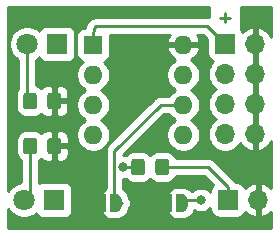
<source format=gbr>
G04 #@! TF.GenerationSoftware,KiCad,Pcbnew,(5.1.5)-3*
G04 #@! TF.CreationDate,2023-02-14T15:50:30-08:00*
G04 #@! TF.ProjectId,LED_Strobe,4c45445f-5374-4726-9f62-652e6b696361,rev?*
G04 #@! TF.SameCoordinates,Original*
G04 #@! TF.FileFunction,Copper,L1,Top*
G04 #@! TF.FilePolarity,Positive*
%FSLAX46Y46*%
G04 Gerber Fmt 4.6, Leading zero omitted, Abs format (unit mm)*
G04 Created by KiCad (PCBNEW (5.1.5)-3) date 2023-02-14 15:50:30*
%MOMM*%
%LPD*%
G04 APERTURE LIST*
%ADD10C,0.254000*%
%ADD11O,1.700000X1.700000*%
%ADD12R,1.700000X1.700000*%
%ADD13C,0.100000*%
%ADD14O,1.600000X1.600000*%
%ADD15R,1.600000X1.600000*%
%ADD16C,1.800000*%
%ADD17R,1.800000X1.800000*%
%ADD18C,0.800000*%
%ADD19C,0.250000*%
G04 APERTURE END LIST*
D10*
X121786952Y-88718571D02*
X122561047Y-88718571D01*
X122174000Y-89105619D02*
X122174000Y-88331523D01*
D11*
X124714000Y-98552000D03*
X122174000Y-98552000D03*
X124714000Y-96012000D03*
X122174000Y-96012000D03*
X124714000Y-93472000D03*
X122174000Y-93472000D03*
X124714000Y-90932000D03*
D12*
X122174000Y-90932000D03*
G04 #@! TA.AperFunction,SMDPad,CuDef*
D13*
G36*
X117198505Y-100647204D02*
G01*
X117222773Y-100650804D01*
X117246572Y-100656765D01*
X117269671Y-100665030D01*
X117291850Y-100675520D01*
X117312893Y-100688132D01*
X117332599Y-100702747D01*
X117350777Y-100719223D01*
X117367253Y-100737401D01*
X117381868Y-100757107D01*
X117394480Y-100778150D01*
X117404970Y-100800329D01*
X117413235Y-100823428D01*
X117419196Y-100847227D01*
X117422796Y-100871495D01*
X117424000Y-100895999D01*
X117424000Y-101796001D01*
X117422796Y-101820505D01*
X117419196Y-101844773D01*
X117413235Y-101868572D01*
X117404970Y-101891671D01*
X117394480Y-101913850D01*
X117381868Y-101934893D01*
X117367253Y-101954599D01*
X117350777Y-101972777D01*
X117332599Y-101989253D01*
X117312893Y-102003868D01*
X117291850Y-102016480D01*
X117269671Y-102026970D01*
X117246572Y-102035235D01*
X117222773Y-102041196D01*
X117198505Y-102044796D01*
X117174001Y-102046000D01*
X116523999Y-102046000D01*
X116499495Y-102044796D01*
X116475227Y-102041196D01*
X116451428Y-102035235D01*
X116428329Y-102026970D01*
X116406150Y-102016480D01*
X116385107Y-102003868D01*
X116365401Y-101989253D01*
X116347223Y-101972777D01*
X116330747Y-101954599D01*
X116316132Y-101934893D01*
X116303520Y-101913850D01*
X116293030Y-101891671D01*
X116284765Y-101868572D01*
X116278804Y-101844773D01*
X116275204Y-101820505D01*
X116274000Y-101796001D01*
X116274000Y-100895999D01*
X116275204Y-100871495D01*
X116278804Y-100847227D01*
X116284765Y-100823428D01*
X116293030Y-100800329D01*
X116303520Y-100778150D01*
X116316132Y-100757107D01*
X116330747Y-100737401D01*
X116347223Y-100719223D01*
X116365401Y-100702747D01*
X116385107Y-100688132D01*
X116406150Y-100675520D01*
X116428329Y-100665030D01*
X116451428Y-100656765D01*
X116475227Y-100650804D01*
X116499495Y-100647204D01*
X116523999Y-100646000D01*
X117174001Y-100646000D01*
X117198505Y-100647204D01*
G37*
G04 #@! TD.AperFunction*
G04 #@! TA.AperFunction,SMDPad,CuDef*
G36*
X115148505Y-100647204D02*
G01*
X115172773Y-100650804D01*
X115196572Y-100656765D01*
X115219671Y-100665030D01*
X115241850Y-100675520D01*
X115262893Y-100688132D01*
X115282599Y-100702747D01*
X115300777Y-100719223D01*
X115317253Y-100737401D01*
X115331868Y-100757107D01*
X115344480Y-100778150D01*
X115354970Y-100800329D01*
X115363235Y-100823428D01*
X115369196Y-100847227D01*
X115372796Y-100871495D01*
X115374000Y-100895999D01*
X115374000Y-101796001D01*
X115372796Y-101820505D01*
X115369196Y-101844773D01*
X115363235Y-101868572D01*
X115354970Y-101891671D01*
X115344480Y-101913850D01*
X115331868Y-101934893D01*
X115317253Y-101954599D01*
X115300777Y-101972777D01*
X115282599Y-101989253D01*
X115262893Y-102003868D01*
X115241850Y-102016480D01*
X115219671Y-102026970D01*
X115196572Y-102035235D01*
X115172773Y-102041196D01*
X115148505Y-102044796D01*
X115124001Y-102046000D01*
X114473999Y-102046000D01*
X114449495Y-102044796D01*
X114425227Y-102041196D01*
X114401428Y-102035235D01*
X114378329Y-102026970D01*
X114356150Y-102016480D01*
X114335107Y-102003868D01*
X114315401Y-101989253D01*
X114297223Y-101972777D01*
X114280747Y-101954599D01*
X114266132Y-101934893D01*
X114253520Y-101913850D01*
X114243030Y-101891671D01*
X114234765Y-101868572D01*
X114228804Y-101844773D01*
X114225204Y-101820505D01*
X114224000Y-101796001D01*
X114224000Y-100895999D01*
X114225204Y-100871495D01*
X114228804Y-100847227D01*
X114234765Y-100823428D01*
X114243030Y-100800329D01*
X114253520Y-100778150D01*
X114266132Y-100757107D01*
X114280747Y-100737401D01*
X114297223Y-100719223D01*
X114315401Y-100702747D01*
X114335107Y-100688132D01*
X114356150Y-100675520D01*
X114378329Y-100665030D01*
X114401428Y-100656765D01*
X114425227Y-100650804D01*
X114449495Y-100647204D01*
X114473999Y-100646000D01*
X115124001Y-100646000D01*
X115148505Y-100647204D01*
G37*
G04 #@! TD.AperFunction*
D12*
X122428000Y-104140000D03*
D11*
X124968000Y-104140000D03*
G04 #@! TA.AperFunction,SMDPad,CuDef*
D13*
G36*
X117706000Y-105144000D02*
G01*
X117206000Y-105144000D01*
X117206000Y-105143398D01*
X117181466Y-105143398D01*
X117132635Y-105138588D01*
X117084510Y-105129016D01*
X117037555Y-105114772D01*
X116992222Y-105095995D01*
X116948949Y-105072864D01*
X116908150Y-105045604D01*
X116870221Y-105014476D01*
X116835524Y-104979779D01*
X116804396Y-104941850D01*
X116777136Y-104901051D01*
X116754005Y-104857778D01*
X116735228Y-104812445D01*
X116720984Y-104765490D01*
X116711412Y-104717365D01*
X116706602Y-104668534D01*
X116706602Y-104644000D01*
X116706000Y-104644000D01*
X116706000Y-104144000D01*
X116706602Y-104144000D01*
X116706602Y-104119466D01*
X116711412Y-104070635D01*
X116720984Y-104022510D01*
X116735228Y-103975555D01*
X116754005Y-103930222D01*
X116777136Y-103886949D01*
X116804396Y-103846150D01*
X116835524Y-103808221D01*
X116870221Y-103773524D01*
X116908150Y-103742396D01*
X116948949Y-103715136D01*
X116992222Y-103692005D01*
X117037555Y-103673228D01*
X117084510Y-103658984D01*
X117132635Y-103649412D01*
X117181466Y-103644602D01*
X117206000Y-103644602D01*
X117206000Y-103644000D01*
X117706000Y-103644000D01*
X117706000Y-105144000D01*
G37*
G04 #@! TD.AperFunction*
G04 #@! TA.AperFunction,SMDPad,CuDef*
G36*
X118506000Y-103644602D02*
G01*
X118530534Y-103644602D01*
X118579365Y-103649412D01*
X118627490Y-103658984D01*
X118674445Y-103673228D01*
X118719778Y-103692005D01*
X118763051Y-103715136D01*
X118803850Y-103742396D01*
X118841779Y-103773524D01*
X118876476Y-103808221D01*
X118907604Y-103846150D01*
X118934864Y-103886949D01*
X118957995Y-103930222D01*
X118976772Y-103975555D01*
X118991016Y-104022510D01*
X119000588Y-104070635D01*
X119005398Y-104119466D01*
X119005398Y-104144000D01*
X119006000Y-104144000D01*
X119006000Y-104644000D01*
X119005398Y-104644000D01*
X119005398Y-104668534D01*
X119000588Y-104717365D01*
X118991016Y-104765490D01*
X118976772Y-104812445D01*
X118957995Y-104857778D01*
X118934864Y-104901051D01*
X118907604Y-104941850D01*
X118876476Y-104979779D01*
X118841779Y-105014476D01*
X118803850Y-105045604D01*
X118763051Y-105072864D01*
X118719778Y-105095995D01*
X118674445Y-105114772D01*
X118627490Y-105129016D01*
X118579365Y-105138588D01*
X118530534Y-105143398D01*
X118506000Y-105143398D01*
X118506000Y-105144000D01*
X118006000Y-105144000D01*
X118006000Y-103644000D01*
X118506000Y-103644000D01*
X118506000Y-103644602D01*
G37*
G04 #@! TD.AperFunction*
G04 #@! TA.AperFunction,SMDPad,CuDef*
G36*
X112118000Y-105144000D02*
G01*
X111618000Y-105144000D01*
X111618000Y-105143398D01*
X111593466Y-105143398D01*
X111544635Y-105138588D01*
X111496510Y-105129016D01*
X111449555Y-105114772D01*
X111404222Y-105095995D01*
X111360949Y-105072864D01*
X111320150Y-105045604D01*
X111282221Y-105014476D01*
X111247524Y-104979779D01*
X111216396Y-104941850D01*
X111189136Y-104901051D01*
X111166005Y-104857778D01*
X111147228Y-104812445D01*
X111132984Y-104765490D01*
X111123412Y-104717365D01*
X111118602Y-104668534D01*
X111118602Y-104644000D01*
X111118000Y-104644000D01*
X111118000Y-104144000D01*
X111118602Y-104144000D01*
X111118602Y-104119466D01*
X111123412Y-104070635D01*
X111132984Y-104022510D01*
X111147228Y-103975555D01*
X111166005Y-103930222D01*
X111189136Y-103886949D01*
X111216396Y-103846150D01*
X111247524Y-103808221D01*
X111282221Y-103773524D01*
X111320150Y-103742396D01*
X111360949Y-103715136D01*
X111404222Y-103692005D01*
X111449555Y-103673228D01*
X111496510Y-103658984D01*
X111544635Y-103649412D01*
X111593466Y-103644602D01*
X111618000Y-103644602D01*
X111618000Y-103644000D01*
X112118000Y-103644000D01*
X112118000Y-105144000D01*
G37*
G04 #@! TD.AperFunction*
G04 #@! TA.AperFunction,SMDPad,CuDef*
G36*
X112918000Y-103644602D02*
G01*
X112942534Y-103644602D01*
X112991365Y-103649412D01*
X113039490Y-103658984D01*
X113086445Y-103673228D01*
X113131778Y-103692005D01*
X113175051Y-103715136D01*
X113215850Y-103742396D01*
X113253779Y-103773524D01*
X113288476Y-103808221D01*
X113319604Y-103846150D01*
X113346864Y-103886949D01*
X113369995Y-103930222D01*
X113388772Y-103975555D01*
X113403016Y-104022510D01*
X113412588Y-104070635D01*
X113417398Y-104119466D01*
X113417398Y-104144000D01*
X113418000Y-104144000D01*
X113418000Y-104644000D01*
X113417398Y-104644000D01*
X113417398Y-104668534D01*
X113412588Y-104717365D01*
X113403016Y-104765490D01*
X113388772Y-104812445D01*
X113369995Y-104857778D01*
X113346864Y-104901051D01*
X113319604Y-104941850D01*
X113288476Y-104979779D01*
X113253779Y-105014476D01*
X113215850Y-105045604D01*
X113175051Y-105072864D01*
X113131778Y-105095995D01*
X113086445Y-105114772D01*
X113039490Y-105129016D01*
X112991365Y-105138588D01*
X112942534Y-105143398D01*
X112918000Y-105143398D01*
X112918000Y-105144000D01*
X112418000Y-105144000D01*
X112418000Y-103644000D01*
X112918000Y-103644000D01*
X112918000Y-103644602D01*
G37*
G04 #@! TD.AperFunction*
D14*
X118640000Y-90994000D03*
X111020000Y-98614000D03*
X118640000Y-93534000D03*
X111020000Y-96074000D03*
X118640000Y-96074000D03*
X111020000Y-93534000D03*
X118640000Y-98614000D03*
D15*
X111020000Y-90994000D03*
G04 #@! TA.AperFunction,SMDPad,CuDef*
D13*
G36*
X108054505Y-95059204D02*
G01*
X108078773Y-95062804D01*
X108102572Y-95068765D01*
X108125671Y-95077030D01*
X108147850Y-95087520D01*
X108168893Y-95100132D01*
X108188599Y-95114747D01*
X108206777Y-95131223D01*
X108223253Y-95149401D01*
X108237868Y-95169107D01*
X108250480Y-95190150D01*
X108260970Y-95212329D01*
X108269235Y-95235428D01*
X108275196Y-95259227D01*
X108278796Y-95283495D01*
X108280000Y-95307999D01*
X108280000Y-96208001D01*
X108278796Y-96232505D01*
X108275196Y-96256773D01*
X108269235Y-96280572D01*
X108260970Y-96303671D01*
X108250480Y-96325850D01*
X108237868Y-96346893D01*
X108223253Y-96366599D01*
X108206777Y-96384777D01*
X108188599Y-96401253D01*
X108168893Y-96415868D01*
X108147850Y-96428480D01*
X108125671Y-96438970D01*
X108102572Y-96447235D01*
X108078773Y-96453196D01*
X108054505Y-96456796D01*
X108030001Y-96458000D01*
X107379999Y-96458000D01*
X107355495Y-96456796D01*
X107331227Y-96453196D01*
X107307428Y-96447235D01*
X107284329Y-96438970D01*
X107262150Y-96428480D01*
X107241107Y-96415868D01*
X107221401Y-96401253D01*
X107203223Y-96384777D01*
X107186747Y-96366599D01*
X107172132Y-96346893D01*
X107159520Y-96325850D01*
X107149030Y-96303671D01*
X107140765Y-96280572D01*
X107134804Y-96256773D01*
X107131204Y-96232505D01*
X107130000Y-96208001D01*
X107130000Y-95307999D01*
X107131204Y-95283495D01*
X107134804Y-95259227D01*
X107140765Y-95235428D01*
X107149030Y-95212329D01*
X107159520Y-95190150D01*
X107172132Y-95169107D01*
X107186747Y-95149401D01*
X107203223Y-95131223D01*
X107221401Y-95114747D01*
X107241107Y-95100132D01*
X107262150Y-95087520D01*
X107284329Y-95077030D01*
X107307428Y-95068765D01*
X107331227Y-95062804D01*
X107355495Y-95059204D01*
X107379999Y-95058000D01*
X108030001Y-95058000D01*
X108054505Y-95059204D01*
G37*
G04 #@! TD.AperFunction*
G04 #@! TA.AperFunction,SMDPad,CuDef*
G36*
X106004505Y-95059204D02*
G01*
X106028773Y-95062804D01*
X106052572Y-95068765D01*
X106075671Y-95077030D01*
X106097850Y-95087520D01*
X106118893Y-95100132D01*
X106138599Y-95114747D01*
X106156777Y-95131223D01*
X106173253Y-95149401D01*
X106187868Y-95169107D01*
X106200480Y-95190150D01*
X106210970Y-95212329D01*
X106219235Y-95235428D01*
X106225196Y-95259227D01*
X106228796Y-95283495D01*
X106230000Y-95307999D01*
X106230000Y-96208001D01*
X106228796Y-96232505D01*
X106225196Y-96256773D01*
X106219235Y-96280572D01*
X106210970Y-96303671D01*
X106200480Y-96325850D01*
X106187868Y-96346893D01*
X106173253Y-96366599D01*
X106156777Y-96384777D01*
X106138599Y-96401253D01*
X106118893Y-96415868D01*
X106097850Y-96428480D01*
X106075671Y-96438970D01*
X106052572Y-96447235D01*
X106028773Y-96453196D01*
X106004505Y-96456796D01*
X105980001Y-96458000D01*
X105329999Y-96458000D01*
X105305495Y-96456796D01*
X105281227Y-96453196D01*
X105257428Y-96447235D01*
X105234329Y-96438970D01*
X105212150Y-96428480D01*
X105191107Y-96415868D01*
X105171401Y-96401253D01*
X105153223Y-96384777D01*
X105136747Y-96366599D01*
X105122132Y-96346893D01*
X105109520Y-96325850D01*
X105099030Y-96303671D01*
X105090765Y-96280572D01*
X105084804Y-96256773D01*
X105081204Y-96232505D01*
X105080000Y-96208001D01*
X105080000Y-95307999D01*
X105081204Y-95283495D01*
X105084804Y-95259227D01*
X105090765Y-95235428D01*
X105099030Y-95212329D01*
X105109520Y-95190150D01*
X105122132Y-95169107D01*
X105136747Y-95149401D01*
X105153223Y-95131223D01*
X105171401Y-95114747D01*
X105191107Y-95100132D01*
X105212150Y-95087520D01*
X105234329Y-95077030D01*
X105257428Y-95068765D01*
X105281227Y-95062804D01*
X105305495Y-95059204D01*
X105329999Y-95058000D01*
X105980001Y-95058000D01*
X106004505Y-95059204D01*
G37*
G04 #@! TD.AperFunction*
G04 #@! TA.AperFunction,SMDPad,CuDef*
G36*
X106013505Y-98869204D02*
G01*
X106037773Y-98872804D01*
X106061572Y-98878765D01*
X106084671Y-98887030D01*
X106106850Y-98897520D01*
X106127893Y-98910132D01*
X106147599Y-98924747D01*
X106165777Y-98941223D01*
X106182253Y-98959401D01*
X106196868Y-98979107D01*
X106209480Y-99000150D01*
X106219970Y-99022329D01*
X106228235Y-99045428D01*
X106234196Y-99069227D01*
X106237796Y-99093495D01*
X106239000Y-99117999D01*
X106239000Y-100018001D01*
X106237796Y-100042505D01*
X106234196Y-100066773D01*
X106228235Y-100090572D01*
X106219970Y-100113671D01*
X106209480Y-100135850D01*
X106196868Y-100156893D01*
X106182253Y-100176599D01*
X106165777Y-100194777D01*
X106147599Y-100211253D01*
X106127893Y-100225868D01*
X106106850Y-100238480D01*
X106084671Y-100248970D01*
X106061572Y-100257235D01*
X106037773Y-100263196D01*
X106013505Y-100266796D01*
X105989001Y-100268000D01*
X105338999Y-100268000D01*
X105314495Y-100266796D01*
X105290227Y-100263196D01*
X105266428Y-100257235D01*
X105243329Y-100248970D01*
X105221150Y-100238480D01*
X105200107Y-100225868D01*
X105180401Y-100211253D01*
X105162223Y-100194777D01*
X105145747Y-100176599D01*
X105131132Y-100156893D01*
X105118520Y-100135850D01*
X105108030Y-100113671D01*
X105099765Y-100090572D01*
X105093804Y-100066773D01*
X105090204Y-100042505D01*
X105089000Y-100018001D01*
X105089000Y-99117999D01*
X105090204Y-99093495D01*
X105093804Y-99069227D01*
X105099765Y-99045428D01*
X105108030Y-99022329D01*
X105118520Y-99000150D01*
X105131132Y-98979107D01*
X105145747Y-98959401D01*
X105162223Y-98941223D01*
X105180401Y-98924747D01*
X105200107Y-98910132D01*
X105221150Y-98897520D01*
X105243329Y-98887030D01*
X105266428Y-98878765D01*
X105290227Y-98872804D01*
X105314495Y-98869204D01*
X105338999Y-98868000D01*
X105989001Y-98868000D01*
X106013505Y-98869204D01*
G37*
G04 #@! TD.AperFunction*
G04 #@! TA.AperFunction,SMDPad,CuDef*
G36*
X108063505Y-98869204D02*
G01*
X108087773Y-98872804D01*
X108111572Y-98878765D01*
X108134671Y-98887030D01*
X108156850Y-98897520D01*
X108177893Y-98910132D01*
X108197599Y-98924747D01*
X108215777Y-98941223D01*
X108232253Y-98959401D01*
X108246868Y-98979107D01*
X108259480Y-99000150D01*
X108269970Y-99022329D01*
X108278235Y-99045428D01*
X108284196Y-99069227D01*
X108287796Y-99093495D01*
X108289000Y-99117999D01*
X108289000Y-100018001D01*
X108287796Y-100042505D01*
X108284196Y-100066773D01*
X108278235Y-100090572D01*
X108269970Y-100113671D01*
X108259480Y-100135850D01*
X108246868Y-100156893D01*
X108232253Y-100176599D01*
X108215777Y-100194777D01*
X108197599Y-100211253D01*
X108177893Y-100225868D01*
X108156850Y-100238480D01*
X108134671Y-100248970D01*
X108111572Y-100257235D01*
X108087773Y-100263196D01*
X108063505Y-100266796D01*
X108039001Y-100268000D01*
X107388999Y-100268000D01*
X107364495Y-100266796D01*
X107340227Y-100263196D01*
X107316428Y-100257235D01*
X107293329Y-100248970D01*
X107271150Y-100238480D01*
X107250107Y-100225868D01*
X107230401Y-100211253D01*
X107212223Y-100194777D01*
X107195747Y-100176599D01*
X107181132Y-100156893D01*
X107168520Y-100135850D01*
X107158030Y-100113671D01*
X107149765Y-100090572D01*
X107143804Y-100066773D01*
X107140204Y-100042505D01*
X107139000Y-100018001D01*
X107139000Y-99117999D01*
X107140204Y-99093495D01*
X107143804Y-99069227D01*
X107149765Y-99045428D01*
X107158030Y-99022329D01*
X107168520Y-99000150D01*
X107181132Y-98979107D01*
X107195747Y-98959401D01*
X107212223Y-98941223D01*
X107230401Y-98924747D01*
X107250107Y-98910132D01*
X107271150Y-98897520D01*
X107293329Y-98887030D01*
X107316428Y-98878765D01*
X107340227Y-98872804D01*
X107364495Y-98869204D01*
X107388999Y-98868000D01*
X108039001Y-98868000D01*
X108063505Y-98869204D01*
G37*
G04 #@! TD.AperFunction*
D16*
X105410000Y-90932000D03*
D17*
X107950000Y-90932000D03*
X107696000Y-104140000D03*
D16*
X105156000Y-104140000D03*
D18*
X120141993Y-104139993D03*
X113538000Y-101346000D03*
D19*
X105664000Y-99577000D02*
X105401000Y-99314000D01*
X105156000Y-104140000D02*
X105664000Y-103632000D01*
X105664000Y-103632000D02*
X105664000Y-99577000D01*
X105410000Y-95513000D02*
X105655000Y-95758000D01*
X105410000Y-90932000D02*
X105410000Y-95513000D01*
X122174000Y-90932000D02*
X122428000Y-91186000D01*
X111020000Y-90994000D02*
X111020000Y-89944000D01*
X120650000Y-89408000D02*
X122174000Y-90932000D01*
X111020000Y-89944000D02*
X111095001Y-89868999D01*
X111095001Y-89868999D02*
X111095001Y-89564999D01*
X111095001Y-89564999D02*
X111252000Y-89408000D01*
X111252000Y-89408000D02*
X120650000Y-89408000D01*
X117424000Y-101346000D02*
X116849000Y-101346000D01*
X122428000Y-104140000D02*
X122428000Y-103040000D01*
X122428000Y-103040000D02*
X120734000Y-101346000D01*
X120734000Y-101346000D02*
X117424000Y-101346000D01*
X118618000Y-104140000D02*
X118618007Y-104139993D01*
X118618007Y-104139993D02*
X119576308Y-104139993D01*
X119576308Y-104139993D02*
X120141993Y-104139993D01*
X113426000Y-104394000D02*
X112812973Y-103780973D01*
X112812973Y-103780973D02*
X112812973Y-99982025D01*
X116720998Y-96074000D02*
X117508630Y-96074000D01*
X117508630Y-96074000D02*
X118640000Y-96074000D01*
X112812973Y-99982025D02*
X116720998Y-96074000D01*
X113538000Y-101346000D02*
X114799000Y-101346000D01*
D10*
G36*
X120783048Y-88657427D02*
G01*
X120687333Y-88648000D01*
X120687322Y-88648000D01*
X120650000Y-88644324D01*
X120612678Y-88648000D01*
X111289322Y-88648000D01*
X111251999Y-88644324D01*
X111214676Y-88648000D01*
X111214667Y-88648000D01*
X111103014Y-88658997D01*
X110959753Y-88702454D01*
X110827724Y-88773026D01*
X110711999Y-88867999D01*
X110688196Y-88897003D01*
X110584003Y-89001196D01*
X110555000Y-89024998D01*
X110460027Y-89140723D01*
X110389455Y-89272752D01*
X110345998Y-89416013D01*
X110335001Y-89527666D01*
X110335001Y-89527677D01*
X110332218Y-89555928D01*
X110220000Y-89555928D01*
X110095518Y-89568188D01*
X109975820Y-89604498D01*
X109865506Y-89663463D01*
X109768815Y-89742815D01*
X109689463Y-89839506D01*
X109630498Y-89949820D01*
X109594188Y-90069518D01*
X109581928Y-90194000D01*
X109581928Y-91794000D01*
X109594188Y-91918482D01*
X109630498Y-92038180D01*
X109689463Y-92148494D01*
X109768815Y-92245185D01*
X109865506Y-92324537D01*
X109975820Y-92383502D01*
X110095518Y-92419812D01*
X110103961Y-92420643D01*
X109905363Y-92619241D01*
X109748320Y-92854273D01*
X109640147Y-93115426D01*
X109585000Y-93392665D01*
X109585000Y-93675335D01*
X109640147Y-93952574D01*
X109748320Y-94213727D01*
X109905363Y-94448759D01*
X110105241Y-94648637D01*
X110337759Y-94804000D01*
X110105241Y-94959363D01*
X109905363Y-95159241D01*
X109748320Y-95394273D01*
X109640147Y-95655426D01*
X109585000Y-95932665D01*
X109585000Y-96215335D01*
X109640147Y-96492574D01*
X109748320Y-96753727D01*
X109905363Y-96988759D01*
X110105241Y-97188637D01*
X110337759Y-97344000D01*
X110105241Y-97499363D01*
X109905363Y-97699241D01*
X109748320Y-97934273D01*
X109640147Y-98195426D01*
X109585000Y-98472665D01*
X109585000Y-98755335D01*
X109640147Y-99032574D01*
X109748320Y-99293727D01*
X109905363Y-99528759D01*
X110105241Y-99728637D01*
X110340273Y-99885680D01*
X110601426Y-99993853D01*
X110878665Y-100049000D01*
X111161335Y-100049000D01*
X111438574Y-99993853D01*
X111699727Y-99885680D01*
X111934759Y-99728637D01*
X112134637Y-99528759D01*
X112291680Y-99293727D01*
X112399853Y-99032574D01*
X112455000Y-98755335D01*
X112455000Y-98472665D01*
X112399853Y-98195426D01*
X112291680Y-97934273D01*
X112134637Y-97699241D01*
X111934759Y-97499363D01*
X111702241Y-97344000D01*
X111934759Y-97188637D01*
X112134637Y-96988759D01*
X112291680Y-96753727D01*
X112399853Y-96492574D01*
X112455000Y-96215335D01*
X112455000Y-95932665D01*
X112399853Y-95655426D01*
X112291680Y-95394273D01*
X112134637Y-95159241D01*
X111934759Y-94959363D01*
X111702241Y-94804000D01*
X111934759Y-94648637D01*
X112134637Y-94448759D01*
X112291680Y-94213727D01*
X112399853Y-93952574D01*
X112455000Y-93675335D01*
X112455000Y-93392665D01*
X112399853Y-93115426D01*
X112291680Y-92854273D01*
X112134637Y-92619241D01*
X111936039Y-92420643D01*
X111944482Y-92419812D01*
X112064180Y-92383502D01*
X112174494Y-92324537D01*
X112271185Y-92245185D01*
X112350537Y-92148494D01*
X112409502Y-92038180D01*
X112445812Y-91918482D01*
X112458072Y-91794000D01*
X112458072Y-90194000D01*
X112455511Y-90168000D01*
X117474623Y-90168000D01*
X117408963Y-90256580D01*
X117288754Y-90510913D01*
X117248096Y-90644961D01*
X117370085Y-90867000D01*
X118513000Y-90867000D01*
X118513000Y-90847000D01*
X118767000Y-90847000D01*
X118767000Y-90867000D01*
X119909915Y-90867000D01*
X120031904Y-90644961D01*
X119991246Y-90510913D01*
X119871037Y-90256580D01*
X119805377Y-90168000D01*
X120335199Y-90168000D01*
X120685928Y-90518730D01*
X120685928Y-91782000D01*
X120698188Y-91906482D01*
X120734498Y-92026180D01*
X120793463Y-92136494D01*
X120872815Y-92233185D01*
X120969506Y-92312537D01*
X121079820Y-92371502D01*
X121152380Y-92393513D01*
X121020525Y-92525368D01*
X120858010Y-92768589D01*
X120746068Y-93038842D01*
X120689000Y-93325740D01*
X120689000Y-93618260D01*
X120746068Y-93905158D01*
X120858010Y-94175411D01*
X121020525Y-94418632D01*
X121227368Y-94625475D01*
X121401760Y-94742000D01*
X121227368Y-94858525D01*
X121020525Y-95065368D01*
X120858010Y-95308589D01*
X120746068Y-95578842D01*
X120689000Y-95865740D01*
X120689000Y-96158260D01*
X120746068Y-96445158D01*
X120858010Y-96715411D01*
X121020525Y-96958632D01*
X121227368Y-97165475D01*
X121401760Y-97282000D01*
X121227368Y-97398525D01*
X121020525Y-97605368D01*
X120858010Y-97848589D01*
X120746068Y-98118842D01*
X120689000Y-98405740D01*
X120689000Y-98698260D01*
X120746068Y-98985158D01*
X120858010Y-99255411D01*
X121020525Y-99498632D01*
X121227368Y-99705475D01*
X121470589Y-99867990D01*
X121740842Y-99979932D01*
X122027740Y-100037000D01*
X122320260Y-100037000D01*
X122607158Y-99979932D01*
X122877411Y-99867990D01*
X123120632Y-99705475D01*
X123327475Y-99498632D01*
X123445100Y-99322594D01*
X123616412Y-99552269D01*
X123832645Y-99747178D01*
X124082748Y-99896157D01*
X124357109Y-99993481D01*
X124587000Y-99872814D01*
X124587000Y-98679000D01*
X124567000Y-98679000D01*
X124567000Y-98425000D01*
X124587000Y-98425000D01*
X124587000Y-96139000D01*
X124567000Y-96139000D01*
X124567000Y-95885000D01*
X124587000Y-95885000D01*
X124587000Y-93599000D01*
X124567000Y-93599000D01*
X124567000Y-93345000D01*
X124587000Y-93345000D01*
X124587000Y-91059000D01*
X124567000Y-91059000D01*
X124567000Y-90805000D01*
X124587000Y-90805000D01*
X124587000Y-89611186D01*
X124357109Y-89490519D01*
X124082748Y-89587843D01*
X123832645Y-89736822D01*
X123636498Y-89913626D01*
X123613502Y-89837820D01*
X123564953Y-89746993D01*
X123564953Y-87807000D01*
X126061000Y-87807000D01*
X126061000Y-90323295D01*
X125985641Y-90165080D01*
X125811588Y-89931731D01*
X125595355Y-89736822D01*
X125345252Y-89587843D01*
X125070891Y-89490519D01*
X124841000Y-89611186D01*
X124841000Y-90805000D01*
X124861000Y-90805000D01*
X124861000Y-91059000D01*
X124841000Y-91059000D01*
X124841000Y-93345000D01*
X124861000Y-93345000D01*
X124861000Y-93599000D01*
X124841000Y-93599000D01*
X124841000Y-95885000D01*
X124861000Y-95885000D01*
X124861000Y-96139000D01*
X124841000Y-96139000D01*
X124841000Y-98425000D01*
X124861000Y-98425000D01*
X124861000Y-98679000D01*
X124841000Y-98679000D01*
X124841000Y-99872814D01*
X125070891Y-99993481D01*
X125345252Y-99896157D01*
X125595355Y-99747178D01*
X125811588Y-99552269D01*
X125985641Y-99318920D01*
X126061001Y-99160704D01*
X126061001Y-103145289D01*
X125968269Y-103042412D01*
X125734920Y-102868359D01*
X125472099Y-102743175D01*
X125324890Y-102698524D01*
X125095000Y-102819845D01*
X125095000Y-104013000D01*
X125115000Y-104013000D01*
X125115000Y-104267000D01*
X125095000Y-104267000D01*
X125095000Y-105460155D01*
X125324890Y-105581476D01*
X125472099Y-105536825D01*
X125734920Y-105411641D01*
X125968269Y-105237588D01*
X126061001Y-105134711D01*
X126061001Y-106503000D01*
X103809000Y-106503000D01*
X103809000Y-104886998D01*
X103963688Y-105118505D01*
X104177495Y-105332312D01*
X104428905Y-105500299D01*
X104708257Y-105616011D01*
X105004816Y-105675000D01*
X105307184Y-105675000D01*
X105603743Y-105616011D01*
X105883095Y-105500299D01*
X106134505Y-105332312D01*
X106200944Y-105265873D01*
X106206498Y-105284180D01*
X106265463Y-105394494D01*
X106344815Y-105491185D01*
X106441506Y-105570537D01*
X106551820Y-105629502D01*
X106671518Y-105665812D01*
X106796000Y-105678072D01*
X108596000Y-105678072D01*
X108720482Y-105665812D01*
X108840180Y-105629502D01*
X108950494Y-105570537D01*
X109047185Y-105491185D01*
X109126537Y-105394494D01*
X109185502Y-105284180D01*
X109221812Y-105164482D01*
X109234072Y-105040000D01*
X109234072Y-103644000D01*
X111779928Y-103644000D01*
X111779928Y-105144000D01*
X111792188Y-105268482D01*
X111828498Y-105388180D01*
X111887463Y-105498494D01*
X111966815Y-105595185D01*
X112063506Y-105674537D01*
X112173820Y-105733502D01*
X112293518Y-105769812D01*
X112418000Y-105782072D01*
X112918000Y-105782072D01*
X112942450Y-105779664D01*
X112967009Y-105779664D01*
X113091490Y-105767404D01*
X113187623Y-105748282D01*
X113307319Y-105711973D01*
X113397875Y-105674464D01*
X113508192Y-105615498D01*
X113589691Y-105561042D01*
X113686382Y-105481690D01*
X113755690Y-105412382D01*
X113835042Y-105315691D01*
X113889498Y-105234192D01*
X113948464Y-105123875D01*
X113985973Y-105033319D01*
X114022282Y-104913623D01*
X114034937Y-104850002D01*
X114060974Y-104818276D01*
X114131546Y-104686246D01*
X114175002Y-104542985D01*
X114189676Y-104393999D01*
X114175002Y-104245013D01*
X114131546Y-104101753D01*
X114060974Y-103969723D01*
X114034937Y-103937997D01*
X114022282Y-103874377D01*
X113985973Y-103754681D01*
X113948464Y-103664125D01*
X113889498Y-103553808D01*
X113835042Y-103472309D01*
X113755690Y-103375618D01*
X113686382Y-103306310D01*
X113589691Y-103226958D01*
X113572973Y-103215787D01*
X113572973Y-102381000D01*
X113639939Y-102381000D01*
X113786805Y-102351787D01*
X113846038Y-102423962D01*
X113980613Y-102534405D01*
X114134149Y-102616472D01*
X114300745Y-102667008D01*
X114473999Y-102684072D01*
X115124001Y-102684072D01*
X115297255Y-102667008D01*
X115463851Y-102616472D01*
X115617387Y-102534405D01*
X115751962Y-102423962D01*
X115824000Y-102336184D01*
X115896038Y-102423962D01*
X116030613Y-102534405D01*
X116184149Y-102616472D01*
X116350745Y-102667008D01*
X116523999Y-102684072D01*
X117174001Y-102684072D01*
X117347255Y-102667008D01*
X117513851Y-102616472D01*
X117667387Y-102534405D01*
X117801962Y-102423962D01*
X117912405Y-102289387D01*
X117994472Y-102135851D01*
X118003527Y-102106000D01*
X120419199Y-102106000D01*
X121140655Y-102827457D01*
X121126815Y-102838815D01*
X121047463Y-102935506D01*
X120988498Y-103045820D01*
X120952188Y-103165518D01*
X120939928Y-103290000D01*
X120939928Y-103474217D01*
X120801767Y-103336056D01*
X120632249Y-103222788D01*
X120443891Y-103144767D01*
X120243932Y-103104993D01*
X120040054Y-103104993D01*
X119840095Y-103144767D01*
X119651737Y-103222788D01*
X119482219Y-103336056D01*
X119438282Y-103379993D01*
X119347280Y-103379993D01*
X119343690Y-103375618D01*
X119274382Y-103306310D01*
X119177691Y-103226958D01*
X119096192Y-103172502D01*
X118985875Y-103113536D01*
X118895319Y-103076027D01*
X118775623Y-103039718D01*
X118679490Y-103020596D01*
X118555009Y-103008336D01*
X118530450Y-103008336D01*
X118506000Y-103005928D01*
X118006000Y-103005928D01*
X117881518Y-103018188D01*
X117761820Y-103054498D01*
X117651506Y-103113463D01*
X117554815Y-103192815D01*
X117475463Y-103289506D01*
X117416498Y-103399820D01*
X117380188Y-103519518D01*
X117367928Y-103644000D01*
X117367928Y-105144000D01*
X117380188Y-105268482D01*
X117416498Y-105388180D01*
X117475463Y-105498494D01*
X117554815Y-105595185D01*
X117651506Y-105674537D01*
X117761820Y-105733502D01*
X117881518Y-105769812D01*
X118006000Y-105782072D01*
X118506000Y-105782072D01*
X118530450Y-105779664D01*
X118555009Y-105779664D01*
X118679490Y-105767404D01*
X118775623Y-105748282D01*
X118895319Y-105711973D01*
X118985875Y-105674464D01*
X119096192Y-105615498D01*
X119177691Y-105561042D01*
X119274382Y-105481690D01*
X119343690Y-105412382D01*
X119423042Y-105315691D01*
X119477498Y-105234192D01*
X119536464Y-105123875D01*
X119573973Y-105033319D01*
X119581056Y-105009970D01*
X119651737Y-105057198D01*
X119840095Y-105135219D01*
X120040054Y-105174993D01*
X120243932Y-105174993D01*
X120443891Y-105135219D01*
X120632249Y-105057198D01*
X120801767Y-104943930D01*
X120939928Y-104805769D01*
X120939928Y-104990000D01*
X120952188Y-105114482D01*
X120988498Y-105234180D01*
X121047463Y-105344494D01*
X121126815Y-105441185D01*
X121223506Y-105520537D01*
X121333820Y-105579502D01*
X121453518Y-105615812D01*
X121578000Y-105628072D01*
X123278000Y-105628072D01*
X123402482Y-105615812D01*
X123522180Y-105579502D01*
X123632494Y-105520537D01*
X123729185Y-105441185D01*
X123808537Y-105344494D01*
X123867502Y-105234180D01*
X123891966Y-105153534D01*
X123967731Y-105237588D01*
X124201080Y-105411641D01*
X124463901Y-105536825D01*
X124611110Y-105581476D01*
X124841000Y-105460155D01*
X124841000Y-104267000D01*
X124821000Y-104267000D01*
X124821000Y-104013000D01*
X124841000Y-104013000D01*
X124841000Y-102819845D01*
X124611110Y-102698524D01*
X124463901Y-102743175D01*
X124201080Y-102868359D01*
X123967731Y-103042412D01*
X123891966Y-103126466D01*
X123867502Y-103045820D01*
X123808537Y-102935506D01*
X123729185Y-102838815D01*
X123632494Y-102759463D01*
X123522180Y-102700498D01*
X123402482Y-102664188D01*
X123278000Y-102651928D01*
X123082326Y-102651928D01*
X123062974Y-102615724D01*
X122968001Y-102499999D01*
X122939003Y-102476201D01*
X121297804Y-100835003D01*
X121274001Y-100805999D01*
X121158276Y-100711026D01*
X121026247Y-100640454D01*
X120882986Y-100596997D01*
X120771333Y-100586000D01*
X120771322Y-100586000D01*
X120734000Y-100582324D01*
X120696678Y-100586000D01*
X118003527Y-100586000D01*
X117994472Y-100556149D01*
X117912405Y-100402613D01*
X117801962Y-100268038D01*
X117667387Y-100157595D01*
X117513851Y-100075528D01*
X117347255Y-100024992D01*
X117174001Y-100007928D01*
X116523999Y-100007928D01*
X116350745Y-100024992D01*
X116184149Y-100075528D01*
X116030613Y-100157595D01*
X115896038Y-100268038D01*
X115824000Y-100355816D01*
X115751962Y-100268038D01*
X115617387Y-100157595D01*
X115463851Y-100075528D01*
X115297255Y-100024992D01*
X115124001Y-100007928D01*
X114473999Y-100007928D01*
X114300745Y-100024992D01*
X114134149Y-100075528D01*
X113980613Y-100157595D01*
X113846038Y-100268038D01*
X113786805Y-100340213D01*
X113639939Y-100311000D01*
X113572973Y-100311000D01*
X113572973Y-100296826D01*
X117035800Y-96834000D01*
X117421957Y-96834000D01*
X117525363Y-96988759D01*
X117725241Y-97188637D01*
X117957759Y-97344000D01*
X117725241Y-97499363D01*
X117525363Y-97699241D01*
X117368320Y-97934273D01*
X117260147Y-98195426D01*
X117205000Y-98472665D01*
X117205000Y-98755335D01*
X117260147Y-99032574D01*
X117368320Y-99293727D01*
X117525363Y-99528759D01*
X117725241Y-99728637D01*
X117960273Y-99885680D01*
X118221426Y-99993853D01*
X118498665Y-100049000D01*
X118781335Y-100049000D01*
X119058574Y-99993853D01*
X119319727Y-99885680D01*
X119554759Y-99728637D01*
X119754637Y-99528759D01*
X119911680Y-99293727D01*
X120019853Y-99032574D01*
X120075000Y-98755335D01*
X120075000Y-98472665D01*
X120019853Y-98195426D01*
X119911680Y-97934273D01*
X119754637Y-97699241D01*
X119554759Y-97499363D01*
X119322241Y-97344000D01*
X119554759Y-97188637D01*
X119754637Y-96988759D01*
X119911680Y-96753727D01*
X120019853Y-96492574D01*
X120075000Y-96215335D01*
X120075000Y-95932665D01*
X120019853Y-95655426D01*
X119911680Y-95394273D01*
X119754637Y-95159241D01*
X119554759Y-94959363D01*
X119322241Y-94804000D01*
X119554759Y-94648637D01*
X119754637Y-94448759D01*
X119911680Y-94213727D01*
X120019853Y-93952574D01*
X120075000Y-93675335D01*
X120075000Y-93392665D01*
X120019853Y-93115426D01*
X119911680Y-92854273D01*
X119754637Y-92619241D01*
X119554759Y-92419363D01*
X119319727Y-92262320D01*
X119309135Y-92257933D01*
X119495131Y-92146385D01*
X119703519Y-91957414D01*
X119871037Y-91731420D01*
X119991246Y-91477087D01*
X120031904Y-91343039D01*
X119909915Y-91121000D01*
X118767000Y-91121000D01*
X118767000Y-91141000D01*
X118513000Y-91141000D01*
X118513000Y-91121000D01*
X117370085Y-91121000D01*
X117248096Y-91343039D01*
X117288754Y-91477087D01*
X117408963Y-91731420D01*
X117576481Y-91957414D01*
X117784869Y-92146385D01*
X117970865Y-92257933D01*
X117960273Y-92262320D01*
X117725241Y-92419363D01*
X117525363Y-92619241D01*
X117368320Y-92854273D01*
X117260147Y-93115426D01*
X117205000Y-93392665D01*
X117205000Y-93675335D01*
X117260147Y-93952574D01*
X117368320Y-94213727D01*
X117525363Y-94448759D01*
X117725241Y-94648637D01*
X117957759Y-94804000D01*
X117725241Y-94959363D01*
X117525363Y-95159241D01*
X117421957Y-95314000D01*
X116758321Y-95314000D01*
X116720998Y-95310324D01*
X116683675Y-95314000D01*
X116683665Y-95314000D01*
X116572012Y-95324997D01*
X116443385Y-95364015D01*
X116428751Y-95368454D01*
X116296721Y-95439026D01*
X116256238Y-95472250D01*
X116180997Y-95533999D01*
X116157199Y-95562997D01*
X112301971Y-99418226D01*
X112272973Y-99442024D01*
X112249175Y-99471022D01*
X112249174Y-99471023D01*
X112177999Y-99557749D01*
X112107427Y-99689779D01*
X112090016Y-99747178D01*
X112063971Y-99833039D01*
X112058786Y-99885680D01*
X112049297Y-99982025D01*
X112052974Y-100019357D01*
X112052973Y-103122107D01*
X111966815Y-103192815D01*
X111887463Y-103289506D01*
X111828498Y-103399820D01*
X111792188Y-103519518D01*
X111779928Y-103644000D01*
X109234072Y-103644000D01*
X109234072Y-103240000D01*
X109221812Y-103115518D01*
X109185502Y-102995820D01*
X109126537Y-102885506D01*
X109047185Y-102788815D01*
X108950494Y-102709463D01*
X108840180Y-102650498D01*
X108720482Y-102614188D01*
X108596000Y-102601928D01*
X106796000Y-102601928D01*
X106671518Y-102614188D01*
X106551820Y-102650498D01*
X106441506Y-102709463D01*
X106424000Y-102723830D01*
X106424000Y-100787614D01*
X106482387Y-100756405D01*
X106616962Y-100645962D01*
X106622342Y-100639406D01*
X106687815Y-100719185D01*
X106784506Y-100798537D01*
X106894820Y-100857502D01*
X107014518Y-100893812D01*
X107139000Y-100906072D01*
X107428250Y-100903000D01*
X107587000Y-100744250D01*
X107587000Y-99695000D01*
X107841000Y-99695000D01*
X107841000Y-100744250D01*
X107999750Y-100903000D01*
X108289000Y-100906072D01*
X108413482Y-100893812D01*
X108533180Y-100857502D01*
X108643494Y-100798537D01*
X108740185Y-100719185D01*
X108819537Y-100622494D01*
X108878502Y-100512180D01*
X108914812Y-100392482D01*
X108927072Y-100268000D01*
X108924000Y-99853750D01*
X108765250Y-99695000D01*
X107841000Y-99695000D01*
X107587000Y-99695000D01*
X107567000Y-99695000D01*
X107567000Y-99441000D01*
X107587000Y-99441000D01*
X107587000Y-98391750D01*
X107841000Y-98391750D01*
X107841000Y-99441000D01*
X108765250Y-99441000D01*
X108924000Y-99282250D01*
X108927072Y-98868000D01*
X108914812Y-98743518D01*
X108878502Y-98623820D01*
X108819537Y-98513506D01*
X108740185Y-98416815D01*
X108643494Y-98337463D01*
X108533180Y-98278498D01*
X108413482Y-98242188D01*
X108289000Y-98229928D01*
X107999750Y-98233000D01*
X107841000Y-98391750D01*
X107587000Y-98391750D01*
X107428250Y-98233000D01*
X107139000Y-98229928D01*
X107014518Y-98242188D01*
X106894820Y-98278498D01*
X106784506Y-98337463D01*
X106687815Y-98416815D01*
X106622342Y-98496594D01*
X106616962Y-98490038D01*
X106482387Y-98379595D01*
X106328851Y-98297528D01*
X106162255Y-98246992D01*
X105989001Y-98229928D01*
X105338999Y-98229928D01*
X105165745Y-98246992D01*
X104999149Y-98297528D01*
X104845613Y-98379595D01*
X104711038Y-98490038D01*
X104600595Y-98624613D01*
X104518528Y-98778149D01*
X104467992Y-98944745D01*
X104450928Y-99117999D01*
X104450928Y-100018001D01*
X104467992Y-100191255D01*
X104518528Y-100357851D01*
X104600595Y-100511387D01*
X104711038Y-100645962D01*
X104845613Y-100756405D01*
X104904001Y-100787614D01*
X104904000Y-102625053D01*
X104708257Y-102663989D01*
X104428905Y-102779701D01*
X104177495Y-102947688D01*
X103963688Y-103161495D01*
X103809000Y-103393002D01*
X103809000Y-90780816D01*
X103875000Y-90780816D01*
X103875000Y-91083184D01*
X103933989Y-91379743D01*
X104049701Y-91659095D01*
X104217688Y-91910505D01*
X104431495Y-92124312D01*
X104650000Y-92270313D01*
X104650001Y-94743445D01*
X104591595Y-94814613D01*
X104509528Y-94968149D01*
X104458992Y-95134745D01*
X104441928Y-95307999D01*
X104441928Y-96208001D01*
X104458992Y-96381255D01*
X104509528Y-96547851D01*
X104591595Y-96701387D01*
X104702038Y-96835962D01*
X104836613Y-96946405D01*
X104990149Y-97028472D01*
X105156745Y-97079008D01*
X105329999Y-97096072D01*
X105980001Y-97096072D01*
X106153255Y-97079008D01*
X106319851Y-97028472D01*
X106473387Y-96946405D01*
X106607962Y-96835962D01*
X106613342Y-96829406D01*
X106678815Y-96909185D01*
X106775506Y-96988537D01*
X106885820Y-97047502D01*
X107005518Y-97083812D01*
X107130000Y-97096072D01*
X107419250Y-97093000D01*
X107578000Y-96934250D01*
X107578000Y-95885000D01*
X107832000Y-95885000D01*
X107832000Y-96934250D01*
X107990750Y-97093000D01*
X108280000Y-97096072D01*
X108404482Y-97083812D01*
X108524180Y-97047502D01*
X108634494Y-96988537D01*
X108731185Y-96909185D01*
X108810537Y-96812494D01*
X108869502Y-96702180D01*
X108905812Y-96582482D01*
X108918072Y-96458000D01*
X108915000Y-96043750D01*
X108756250Y-95885000D01*
X107832000Y-95885000D01*
X107578000Y-95885000D01*
X107558000Y-95885000D01*
X107558000Y-95631000D01*
X107578000Y-95631000D01*
X107578000Y-94581750D01*
X107832000Y-94581750D01*
X107832000Y-95631000D01*
X108756250Y-95631000D01*
X108915000Y-95472250D01*
X108918072Y-95058000D01*
X108905812Y-94933518D01*
X108869502Y-94813820D01*
X108810537Y-94703506D01*
X108731185Y-94606815D01*
X108634494Y-94527463D01*
X108524180Y-94468498D01*
X108404482Y-94432188D01*
X108280000Y-94419928D01*
X107990750Y-94423000D01*
X107832000Y-94581750D01*
X107578000Y-94581750D01*
X107419250Y-94423000D01*
X107130000Y-94419928D01*
X107005518Y-94432188D01*
X106885820Y-94468498D01*
X106775506Y-94527463D01*
X106678815Y-94606815D01*
X106613342Y-94686594D01*
X106607962Y-94680038D01*
X106473387Y-94569595D01*
X106319851Y-94487528D01*
X106170000Y-94442072D01*
X106170000Y-92270313D01*
X106388505Y-92124312D01*
X106454944Y-92057873D01*
X106460498Y-92076180D01*
X106519463Y-92186494D01*
X106598815Y-92283185D01*
X106695506Y-92362537D01*
X106805820Y-92421502D01*
X106925518Y-92457812D01*
X107050000Y-92470072D01*
X108850000Y-92470072D01*
X108974482Y-92457812D01*
X109094180Y-92421502D01*
X109204494Y-92362537D01*
X109301185Y-92283185D01*
X109380537Y-92186494D01*
X109439502Y-92076180D01*
X109475812Y-91956482D01*
X109488072Y-91832000D01*
X109488072Y-90032000D01*
X109475812Y-89907518D01*
X109439502Y-89787820D01*
X109380537Y-89677506D01*
X109301185Y-89580815D01*
X109204494Y-89501463D01*
X109094180Y-89442498D01*
X108974482Y-89406188D01*
X108850000Y-89393928D01*
X107050000Y-89393928D01*
X106925518Y-89406188D01*
X106805820Y-89442498D01*
X106695506Y-89501463D01*
X106598815Y-89580815D01*
X106519463Y-89677506D01*
X106460498Y-89787820D01*
X106454944Y-89806127D01*
X106388505Y-89739688D01*
X106137095Y-89571701D01*
X105857743Y-89455989D01*
X105561184Y-89397000D01*
X105258816Y-89397000D01*
X104962257Y-89455989D01*
X104682905Y-89571701D01*
X104431495Y-89739688D01*
X104217688Y-89953495D01*
X104049701Y-90204905D01*
X103933989Y-90484257D01*
X103875000Y-90780816D01*
X103809000Y-90780816D01*
X103809000Y-87807000D01*
X120783048Y-87807000D01*
X120783048Y-88657427D01*
G37*
X120783048Y-88657427D02*
X120687333Y-88648000D01*
X120687322Y-88648000D01*
X120650000Y-88644324D01*
X120612678Y-88648000D01*
X111289322Y-88648000D01*
X111251999Y-88644324D01*
X111214676Y-88648000D01*
X111214667Y-88648000D01*
X111103014Y-88658997D01*
X110959753Y-88702454D01*
X110827724Y-88773026D01*
X110711999Y-88867999D01*
X110688196Y-88897003D01*
X110584003Y-89001196D01*
X110555000Y-89024998D01*
X110460027Y-89140723D01*
X110389455Y-89272752D01*
X110345998Y-89416013D01*
X110335001Y-89527666D01*
X110335001Y-89527677D01*
X110332218Y-89555928D01*
X110220000Y-89555928D01*
X110095518Y-89568188D01*
X109975820Y-89604498D01*
X109865506Y-89663463D01*
X109768815Y-89742815D01*
X109689463Y-89839506D01*
X109630498Y-89949820D01*
X109594188Y-90069518D01*
X109581928Y-90194000D01*
X109581928Y-91794000D01*
X109594188Y-91918482D01*
X109630498Y-92038180D01*
X109689463Y-92148494D01*
X109768815Y-92245185D01*
X109865506Y-92324537D01*
X109975820Y-92383502D01*
X110095518Y-92419812D01*
X110103961Y-92420643D01*
X109905363Y-92619241D01*
X109748320Y-92854273D01*
X109640147Y-93115426D01*
X109585000Y-93392665D01*
X109585000Y-93675335D01*
X109640147Y-93952574D01*
X109748320Y-94213727D01*
X109905363Y-94448759D01*
X110105241Y-94648637D01*
X110337759Y-94804000D01*
X110105241Y-94959363D01*
X109905363Y-95159241D01*
X109748320Y-95394273D01*
X109640147Y-95655426D01*
X109585000Y-95932665D01*
X109585000Y-96215335D01*
X109640147Y-96492574D01*
X109748320Y-96753727D01*
X109905363Y-96988759D01*
X110105241Y-97188637D01*
X110337759Y-97344000D01*
X110105241Y-97499363D01*
X109905363Y-97699241D01*
X109748320Y-97934273D01*
X109640147Y-98195426D01*
X109585000Y-98472665D01*
X109585000Y-98755335D01*
X109640147Y-99032574D01*
X109748320Y-99293727D01*
X109905363Y-99528759D01*
X110105241Y-99728637D01*
X110340273Y-99885680D01*
X110601426Y-99993853D01*
X110878665Y-100049000D01*
X111161335Y-100049000D01*
X111438574Y-99993853D01*
X111699727Y-99885680D01*
X111934759Y-99728637D01*
X112134637Y-99528759D01*
X112291680Y-99293727D01*
X112399853Y-99032574D01*
X112455000Y-98755335D01*
X112455000Y-98472665D01*
X112399853Y-98195426D01*
X112291680Y-97934273D01*
X112134637Y-97699241D01*
X111934759Y-97499363D01*
X111702241Y-97344000D01*
X111934759Y-97188637D01*
X112134637Y-96988759D01*
X112291680Y-96753727D01*
X112399853Y-96492574D01*
X112455000Y-96215335D01*
X112455000Y-95932665D01*
X112399853Y-95655426D01*
X112291680Y-95394273D01*
X112134637Y-95159241D01*
X111934759Y-94959363D01*
X111702241Y-94804000D01*
X111934759Y-94648637D01*
X112134637Y-94448759D01*
X112291680Y-94213727D01*
X112399853Y-93952574D01*
X112455000Y-93675335D01*
X112455000Y-93392665D01*
X112399853Y-93115426D01*
X112291680Y-92854273D01*
X112134637Y-92619241D01*
X111936039Y-92420643D01*
X111944482Y-92419812D01*
X112064180Y-92383502D01*
X112174494Y-92324537D01*
X112271185Y-92245185D01*
X112350537Y-92148494D01*
X112409502Y-92038180D01*
X112445812Y-91918482D01*
X112458072Y-91794000D01*
X112458072Y-90194000D01*
X112455511Y-90168000D01*
X117474623Y-90168000D01*
X117408963Y-90256580D01*
X117288754Y-90510913D01*
X117248096Y-90644961D01*
X117370085Y-90867000D01*
X118513000Y-90867000D01*
X118513000Y-90847000D01*
X118767000Y-90847000D01*
X118767000Y-90867000D01*
X119909915Y-90867000D01*
X120031904Y-90644961D01*
X119991246Y-90510913D01*
X119871037Y-90256580D01*
X119805377Y-90168000D01*
X120335199Y-90168000D01*
X120685928Y-90518730D01*
X120685928Y-91782000D01*
X120698188Y-91906482D01*
X120734498Y-92026180D01*
X120793463Y-92136494D01*
X120872815Y-92233185D01*
X120969506Y-92312537D01*
X121079820Y-92371502D01*
X121152380Y-92393513D01*
X121020525Y-92525368D01*
X120858010Y-92768589D01*
X120746068Y-93038842D01*
X120689000Y-93325740D01*
X120689000Y-93618260D01*
X120746068Y-93905158D01*
X120858010Y-94175411D01*
X121020525Y-94418632D01*
X121227368Y-94625475D01*
X121401760Y-94742000D01*
X121227368Y-94858525D01*
X121020525Y-95065368D01*
X120858010Y-95308589D01*
X120746068Y-95578842D01*
X120689000Y-95865740D01*
X120689000Y-96158260D01*
X120746068Y-96445158D01*
X120858010Y-96715411D01*
X121020525Y-96958632D01*
X121227368Y-97165475D01*
X121401760Y-97282000D01*
X121227368Y-97398525D01*
X121020525Y-97605368D01*
X120858010Y-97848589D01*
X120746068Y-98118842D01*
X120689000Y-98405740D01*
X120689000Y-98698260D01*
X120746068Y-98985158D01*
X120858010Y-99255411D01*
X121020525Y-99498632D01*
X121227368Y-99705475D01*
X121470589Y-99867990D01*
X121740842Y-99979932D01*
X122027740Y-100037000D01*
X122320260Y-100037000D01*
X122607158Y-99979932D01*
X122877411Y-99867990D01*
X123120632Y-99705475D01*
X123327475Y-99498632D01*
X123445100Y-99322594D01*
X123616412Y-99552269D01*
X123832645Y-99747178D01*
X124082748Y-99896157D01*
X124357109Y-99993481D01*
X124587000Y-99872814D01*
X124587000Y-98679000D01*
X124567000Y-98679000D01*
X124567000Y-98425000D01*
X124587000Y-98425000D01*
X124587000Y-96139000D01*
X124567000Y-96139000D01*
X124567000Y-95885000D01*
X124587000Y-95885000D01*
X124587000Y-93599000D01*
X124567000Y-93599000D01*
X124567000Y-93345000D01*
X124587000Y-93345000D01*
X124587000Y-91059000D01*
X124567000Y-91059000D01*
X124567000Y-90805000D01*
X124587000Y-90805000D01*
X124587000Y-89611186D01*
X124357109Y-89490519D01*
X124082748Y-89587843D01*
X123832645Y-89736822D01*
X123636498Y-89913626D01*
X123613502Y-89837820D01*
X123564953Y-89746993D01*
X123564953Y-87807000D01*
X126061000Y-87807000D01*
X126061000Y-90323295D01*
X125985641Y-90165080D01*
X125811588Y-89931731D01*
X125595355Y-89736822D01*
X125345252Y-89587843D01*
X125070891Y-89490519D01*
X124841000Y-89611186D01*
X124841000Y-90805000D01*
X124861000Y-90805000D01*
X124861000Y-91059000D01*
X124841000Y-91059000D01*
X124841000Y-93345000D01*
X124861000Y-93345000D01*
X124861000Y-93599000D01*
X124841000Y-93599000D01*
X124841000Y-95885000D01*
X124861000Y-95885000D01*
X124861000Y-96139000D01*
X124841000Y-96139000D01*
X124841000Y-98425000D01*
X124861000Y-98425000D01*
X124861000Y-98679000D01*
X124841000Y-98679000D01*
X124841000Y-99872814D01*
X125070891Y-99993481D01*
X125345252Y-99896157D01*
X125595355Y-99747178D01*
X125811588Y-99552269D01*
X125985641Y-99318920D01*
X126061001Y-99160704D01*
X126061001Y-103145289D01*
X125968269Y-103042412D01*
X125734920Y-102868359D01*
X125472099Y-102743175D01*
X125324890Y-102698524D01*
X125095000Y-102819845D01*
X125095000Y-104013000D01*
X125115000Y-104013000D01*
X125115000Y-104267000D01*
X125095000Y-104267000D01*
X125095000Y-105460155D01*
X125324890Y-105581476D01*
X125472099Y-105536825D01*
X125734920Y-105411641D01*
X125968269Y-105237588D01*
X126061001Y-105134711D01*
X126061001Y-106503000D01*
X103809000Y-106503000D01*
X103809000Y-104886998D01*
X103963688Y-105118505D01*
X104177495Y-105332312D01*
X104428905Y-105500299D01*
X104708257Y-105616011D01*
X105004816Y-105675000D01*
X105307184Y-105675000D01*
X105603743Y-105616011D01*
X105883095Y-105500299D01*
X106134505Y-105332312D01*
X106200944Y-105265873D01*
X106206498Y-105284180D01*
X106265463Y-105394494D01*
X106344815Y-105491185D01*
X106441506Y-105570537D01*
X106551820Y-105629502D01*
X106671518Y-105665812D01*
X106796000Y-105678072D01*
X108596000Y-105678072D01*
X108720482Y-105665812D01*
X108840180Y-105629502D01*
X108950494Y-105570537D01*
X109047185Y-105491185D01*
X109126537Y-105394494D01*
X109185502Y-105284180D01*
X109221812Y-105164482D01*
X109234072Y-105040000D01*
X109234072Y-103644000D01*
X111779928Y-103644000D01*
X111779928Y-105144000D01*
X111792188Y-105268482D01*
X111828498Y-105388180D01*
X111887463Y-105498494D01*
X111966815Y-105595185D01*
X112063506Y-105674537D01*
X112173820Y-105733502D01*
X112293518Y-105769812D01*
X112418000Y-105782072D01*
X112918000Y-105782072D01*
X112942450Y-105779664D01*
X112967009Y-105779664D01*
X113091490Y-105767404D01*
X113187623Y-105748282D01*
X113307319Y-105711973D01*
X113397875Y-105674464D01*
X113508192Y-105615498D01*
X113589691Y-105561042D01*
X113686382Y-105481690D01*
X113755690Y-105412382D01*
X113835042Y-105315691D01*
X113889498Y-105234192D01*
X113948464Y-105123875D01*
X113985973Y-105033319D01*
X114022282Y-104913623D01*
X114034937Y-104850002D01*
X114060974Y-104818276D01*
X114131546Y-104686246D01*
X114175002Y-104542985D01*
X114189676Y-104393999D01*
X114175002Y-104245013D01*
X114131546Y-104101753D01*
X114060974Y-103969723D01*
X114034937Y-103937997D01*
X114022282Y-103874377D01*
X113985973Y-103754681D01*
X113948464Y-103664125D01*
X113889498Y-103553808D01*
X113835042Y-103472309D01*
X113755690Y-103375618D01*
X113686382Y-103306310D01*
X113589691Y-103226958D01*
X113572973Y-103215787D01*
X113572973Y-102381000D01*
X113639939Y-102381000D01*
X113786805Y-102351787D01*
X113846038Y-102423962D01*
X113980613Y-102534405D01*
X114134149Y-102616472D01*
X114300745Y-102667008D01*
X114473999Y-102684072D01*
X115124001Y-102684072D01*
X115297255Y-102667008D01*
X115463851Y-102616472D01*
X115617387Y-102534405D01*
X115751962Y-102423962D01*
X115824000Y-102336184D01*
X115896038Y-102423962D01*
X116030613Y-102534405D01*
X116184149Y-102616472D01*
X116350745Y-102667008D01*
X116523999Y-102684072D01*
X117174001Y-102684072D01*
X117347255Y-102667008D01*
X117513851Y-102616472D01*
X117667387Y-102534405D01*
X117801962Y-102423962D01*
X117912405Y-102289387D01*
X117994472Y-102135851D01*
X118003527Y-102106000D01*
X120419199Y-102106000D01*
X121140655Y-102827457D01*
X121126815Y-102838815D01*
X121047463Y-102935506D01*
X120988498Y-103045820D01*
X120952188Y-103165518D01*
X120939928Y-103290000D01*
X120939928Y-103474217D01*
X120801767Y-103336056D01*
X120632249Y-103222788D01*
X120443891Y-103144767D01*
X120243932Y-103104993D01*
X120040054Y-103104993D01*
X119840095Y-103144767D01*
X119651737Y-103222788D01*
X119482219Y-103336056D01*
X119438282Y-103379993D01*
X119347280Y-103379993D01*
X119343690Y-103375618D01*
X119274382Y-103306310D01*
X119177691Y-103226958D01*
X119096192Y-103172502D01*
X118985875Y-103113536D01*
X118895319Y-103076027D01*
X118775623Y-103039718D01*
X118679490Y-103020596D01*
X118555009Y-103008336D01*
X118530450Y-103008336D01*
X118506000Y-103005928D01*
X118006000Y-103005928D01*
X117881518Y-103018188D01*
X117761820Y-103054498D01*
X117651506Y-103113463D01*
X117554815Y-103192815D01*
X117475463Y-103289506D01*
X117416498Y-103399820D01*
X117380188Y-103519518D01*
X117367928Y-103644000D01*
X117367928Y-105144000D01*
X117380188Y-105268482D01*
X117416498Y-105388180D01*
X117475463Y-105498494D01*
X117554815Y-105595185D01*
X117651506Y-105674537D01*
X117761820Y-105733502D01*
X117881518Y-105769812D01*
X118006000Y-105782072D01*
X118506000Y-105782072D01*
X118530450Y-105779664D01*
X118555009Y-105779664D01*
X118679490Y-105767404D01*
X118775623Y-105748282D01*
X118895319Y-105711973D01*
X118985875Y-105674464D01*
X119096192Y-105615498D01*
X119177691Y-105561042D01*
X119274382Y-105481690D01*
X119343690Y-105412382D01*
X119423042Y-105315691D01*
X119477498Y-105234192D01*
X119536464Y-105123875D01*
X119573973Y-105033319D01*
X119581056Y-105009970D01*
X119651737Y-105057198D01*
X119840095Y-105135219D01*
X120040054Y-105174993D01*
X120243932Y-105174993D01*
X120443891Y-105135219D01*
X120632249Y-105057198D01*
X120801767Y-104943930D01*
X120939928Y-104805769D01*
X120939928Y-104990000D01*
X120952188Y-105114482D01*
X120988498Y-105234180D01*
X121047463Y-105344494D01*
X121126815Y-105441185D01*
X121223506Y-105520537D01*
X121333820Y-105579502D01*
X121453518Y-105615812D01*
X121578000Y-105628072D01*
X123278000Y-105628072D01*
X123402482Y-105615812D01*
X123522180Y-105579502D01*
X123632494Y-105520537D01*
X123729185Y-105441185D01*
X123808537Y-105344494D01*
X123867502Y-105234180D01*
X123891966Y-105153534D01*
X123967731Y-105237588D01*
X124201080Y-105411641D01*
X124463901Y-105536825D01*
X124611110Y-105581476D01*
X124841000Y-105460155D01*
X124841000Y-104267000D01*
X124821000Y-104267000D01*
X124821000Y-104013000D01*
X124841000Y-104013000D01*
X124841000Y-102819845D01*
X124611110Y-102698524D01*
X124463901Y-102743175D01*
X124201080Y-102868359D01*
X123967731Y-103042412D01*
X123891966Y-103126466D01*
X123867502Y-103045820D01*
X123808537Y-102935506D01*
X123729185Y-102838815D01*
X123632494Y-102759463D01*
X123522180Y-102700498D01*
X123402482Y-102664188D01*
X123278000Y-102651928D01*
X123082326Y-102651928D01*
X123062974Y-102615724D01*
X122968001Y-102499999D01*
X122939003Y-102476201D01*
X121297804Y-100835003D01*
X121274001Y-100805999D01*
X121158276Y-100711026D01*
X121026247Y-100640454D01*
X120882986Y-100596997D01*
X120771333Y-100586000D01*
X120771322Y-100586000D01*
X120734000Y-100582324D01*
X120696678Y-100586000D01*
X118003527Y-100586000D01*
X117994472Y-100556149D01*
X117912405Y-100402613D01*
X117801962Y-100268038D01*
X117667387Y-100157595D01*
X117513851Y-100075528D01*
X117347255Y-100024992D01*
X117174001Y-100007928D01*
X116523999Y-100007928D01*
X116350745Y-100024992D01*
X116184149Y-100075528D01*
X116030613Y-100157595D01*
X115896038Y-100268038D01*
X115824000Y-100355816D01*
X115751962Y-100268038D01*
X115617387Y-100157595D01*
X115463851Y-100075528D01*
X115297255Y-100024992D01*
X115124001Y-100007928D01*
X114473999Y-100007928D01*
X114300745Y-100024992D01*
X114134149Y-100075528D01*
X113980613Y-100157595D01*
X113846038Y-100268038D01*
X113786805Y-100340213D01*
X113639939Y-100311000D01*
X113572973Y-100311000D01*
X113572973Y-100296826D01*
X117035800Y-96834000D01*
X117421957Y-96834000D01*
X117525363Y-96988759D01*
X117725241Y-97188637D01*
X117957759Y-97344000D01*
X117725241Y-97499363D01*
X117525363Y-97699241D01*
X117368320Y-97934273D01*
X117260147Y-98195426D01*
X117205000Y-98472665D01*
X117205000Y-98755335D01*
X117260147Y-99032574D01*
X117368320Y-99293727D01*
X117525363Y-99528759D01*
X117725241Y-99728637D01*
X117960273Y-99885680D01*
X118221426Y-99993853D01*
X118498665Y-100049000D01*
X118781335Y-100049000D01*
X119058574Y-99993853D01*
X119319727Y-99885680D01*
X119554759Y-99728637D01*
X119754637Y-99528759D01*
X119911680Y-99293727D01*
X120019853Y-99032574D01*
X120075000Y-98755335D01*
X120075000Y-98472665D01*
X120019853Y-98195426D01*
X119911680Y-97934273D01*
X119754637Y-97699241D01*
X119554759Y-97499363D01*
X119322241Y-97344000D01*
X119554759Y-97188637D01*
X119754637Y-96988759D01*
X119911680Y-96753727D01*
X120019853Y-96492574D01*
X120075000Y-96215335D01*
X120075000Y-95932665D01*
X120019853Y-95655426D01*
X119911680Y-95394273D01*
X119754637Y-95159241D01*
X119554759Y-94959363D01*
X119322241Y-94804000D01*
X119554759Y-94648637D01*
X119754637Y-94448759D01*
X119911680Y-94213727D01*
X120019853Y-93952574D01*
X120075000Y-93675335D01*
X120075000Y-93392665D01*
X120019853Y-93115426D01*
X119911680Y-92854273D01*
X119754637Y-92619241D01*
X119554759Y-92419363D01*
X119319727Y-92262320D01*
X119309135Y-92257933D01*
X119495131Y-92146385D01*
X119703519Y-91957414D01*
X119871037Y-91731420D01*
X119991246Y-91477087D01*
X120031904Y-91343039D01*
X119909915Y-91121000D01*
X118767000Y-91121000D01*
X118767000Y-91141000D01*
X118513000Y-91141000D01*
X118513000Y-91121000D01*
X117370085Y-91121000D01*
X117248096Y-91343039D01*
X117288754Y-91477087D01*
X117408963Y-91731420D01*
X117576481Y-91957414D01*
X117784869Y-92146385D01*
X117970865Y-92257933D01*
X117960273Y-92262320D01*
X117725241Y-92419363D01*
X117525363Y-92619241D01*
X117368320Y-92854273D01*
X117260147Y-93115426D01*
X117205000Y-93392665D01*
X117205000Y-93675335D01*
X117260147Y-93952574D01*
X117368320Y-94213727D01*
X117525363Y-94448759D01*
X117725241Y-94648637D01*
X117957759Y-94804000D01*
X117725241Y-94959363D01*
X117525363Y-95159241D01*
X117421957Y-95314000D01*
X116758321Y-95314000D01*
X116720998Y-95310324D01*
X116683675Y-95314000D01*
X116683665Y-95314000D01*
X116572012Y-95324997D01*
X116443385Y-95364015D01*
X116428751Y-95368454D01*
X116296721Y-95439026D01*
X116256238Y-95472250D01*
X116180997Y-95533999D01*
X116157199Y-95562997D01*
X112301971Y-99418226D01*
X112272973Y-99442024D01*
X112249175Y-99471022D01*
X112249174Y-99471023D01*
X112177999Y-99557749D01*
X112107427Y-99689779D01*
X112090016Y-99747178D01*
X112063971Y-99833039D01*
X112058786Y-99885680D01*
X112049297Y-99982025D01*
X112052974Y-100019357D01*
X112052973Y-103122107D01*
X111966815Y-103192815D01*
X111887463Y-103289506D01*
X111828498Y-103399820D01*
X111792188Y-103519518D01*
X111779928Y-103644000D01*
X109234072Y-103644000D01*
X109234072Y-103240000D01*
X109221812Y-103115518D01*
X109185502Y-102995820D01*
X109126537Y-102885506D01*
X109047185Y-102788815D01*
X108950494Y-102709463D01*
X108840180Y-102650498D01*
X108720482Y-102614188D01*
X108596000Y-102601928D01*
X106796000Y-102601928D01*
X106671518Y-102614188D01*
X106551820Y-102650498D01*
X106441506Y-102709463D01*
X106424000Y-102723830D01*
X106424000Y-100787614D01*
X106482387Y-100756405D01*
X106616962Y-100645962D01*
X106622342Y-100639406D01*
X106687815Y-100719185D01*
X106784506Y-100798537D01*
X106894820Y-100857502D01*
X107014518Y-100893812D01*
X107139000Y-100906072D01*
X107428250Y-100903000D01*
X107587000Y-100744250D01*
X107587000Y-99695000D01*
X107841000Y-99695000D01*
X107841000Y-100744250D01*
X107999750Y-100903000D01*
X108289000Y-100906072D01*
X108413482Y-100893812D01*
X108533180Y-100857502D01*
X108643494Y-100798537D01*
X108740185Y-100719185D01*
X108819537Y-100622494D01*
X108878502Y-100512180D01*
X108914812Y-100392482D01*
X108927072Y-100268000D01*
X108924000Y-99853750D01*
X108765250Y-99695000D01*
X107841000Y-99695000D01*
X107587000Y-99695000D01*
X107567000Y-99695000D01*
X107567000Y-99441000D01*
X107587000Y-99441000D01*
X107587000Y-98391750D01*
X107841000Y-98391750D01*
X107841000Y-99441000D01*
X108765250Y-99441000D01*
X108924000Y-99282250D01*
X108927072Y-98868000D01*
X108914812Y-98743518D01*
X108878502Y-98623820D01*
X108819537Y-98513506D01*
X108740185Y-98416815D01*
X108643494Y-98337463D01*
X108533180Y-98278498D01*
X108413482Y-98242188D01*
X108289000Y-98229928D01*
X107999750Y-98233000D01*
X107841000Y-98391750D01*
X107587000Y-98391750D01*
X107428250Y-98233000D01*
X107139000Y-98229928D01*
X107014518Y-98242188D01*
X106894820Y-98278498D01*
X106784506Y-98337463D01*
X106687815Y-98416815D01*
X106622342Y-98496594D01*
X106616962Y-98490038D01*
X106482387Y-98379595D01*
X106328851Y-98297528D01*
X106162255Y-98246992D01*
X105989001Y-98229928D01*
X105338999Y-98229928D01*
X105165745Y-98246992D01*
X104999149Y-98297528D01*
X104845613Y-98379595D01*
X104711038Y-98490038D01*
X104600595Y-98624613D01*
X104518528Y-98778149D01*
X104467992Y-98944745D01*
X104450928Y-99117999D01*
X104450928Y-100018001D01*
X104467992Y-100191255D01*
X104518528Y-100357851D01*
X104600595Y-100511387D01*
X104711038Y-100645962D01*
X104845613Y-100756405D01*
X104904001Y-100787614D01*
X104904000Y-102625053D01*
X104708257Y-102663989D01*
X104428905Y-102779701D01*
X104177495Y-102947688D01*
X103963688Y-103161495D01*
X103809000Y-103393002D01*
X103809000Y-90780816D01*
X103875000Y-90780816D01*
X103875000Y-91083184D01*
X103933989Y-91379743D01*
X104049701Y-91659095D01*
X104217688Y-91910505D01*
X104431495Y-92124312D01*
X104650000Y-92270313D01*
X104650001Y-94743445D01*
X104591595Y-94814613D01*
X104509528Y-94968149D01*
X104458992Y-95134745D01*
X104441928Y-95307999D01*
X104441928Y-96208001D01*
X104458992Y-96381255D01*
X104509528Y-96547851D01*
X104591595Y-96701387D01*
X104702038Y-96835962D01*
X104836613Y-96946405D01*
X104990149Y-97028472D01*
X105156745Y-97079008D01*
X105329999Y-97096072D01*
X105980001Y-97096072D01*
X106153255Y-97079008D01*
X106319851Y-97028472D01*
X106473387Y-96946405D01*
X106607962Y-96835962D01*
X106613342Y-96829406D01*
X106678815Y-96909185D01*
X106775506Y-96988537D01*
X106885820Y-97047502D01*
X107005518Y-97083812D01*
X107130000Y-97096072D01*
X107419250Y-97093000D01*
X107578000Y-96934250D01*
X107578000Y-95885000D01*
X107832000Y-95885000D01*
X107832000Y-96934250D01*
X107990750Y-97093000D01*
X108280000Y-97096072D01*
X108404482Y-97083812D01*
X108524180Y-97047502D01*
X108634494Y-96988537D01*
X108731185Y-96909185D01*
X108810537Y-96812494D01*
X108869502Y-96702180D01*
X108905812Y-96582482D01*
X108918072Y-96458000D01*
X108915000Y-96043750D01*
X108756250Y-95885000D01*
X107832000Y-95885000D01*
X107578000Y-95885000D01*
X107558000Y-95885000D01*
X107558000Y-95631000D01*
X107578000Y-95631000D01*
X107578000Y-94581750D01*
X107832000Y-94581750D01*
X107832000Y-95631000D01*
X108756250Y-95631000D01*
X108915000Y-95472250D01*
X108918072Y-95058000D01*
X108905812Y-94933518D01*
X108869502Y-94813820D01*
X108810537Y-94703506D01*
X108731185Y-94606815D01*
X108634494Y-94527463D01*
X108524180Y-94468498D01*
X108404482Y-94432188D01*
X108280000Y-94419928D01*
X107990750Y-94423000D01*
X107832000Y-94581750D01*
X107578000Y-94581750D01*
X107419250Y-94423000D01*
X107130000Y-94419928D01*
X107005518Y-94432188D01*
X106885820Y-94468498D01*
X106775506Y-94527463D01*
X106678815Y-94606815D01*
X106613342Y-94686594D01*
X106607962Y-94680038D01*
X106473387Y-94569595D01*
X106319851Y-94487528D01*
X106170000Y-94442072D01*
X106170000Y-92270313D01*
X106388505Y-92124312D01*
X106454944Y-92057873D01*
X106460498Y-92076180D01*
X106519463Y-92186494D01*
X106598815Y-92283185D01*
X106695506Y-92362537D01*
X106805820Y-92421502D01*
X106925518Y-92457812D01*
X107050000Y-92470072D01*
X108850000Y-92470072D01*
X108974482Y-92457812D01*
X109094180Y-92421502D01*
X109204494Y-92362537D01*
X109301185Y-92283185D01*
X109380537Y-92186494D01*
X109439502Y-92076180D01*
X109475812Y-91956482D01*
X109488072Y-91832000D01*
X109488072Y-90032000D01*
X109475812Y-89907518D01*
X109439502Y-89787820D01*
X109380537Y-89677506D01*
X109301185Y-89580815D01*
X109204494Y-89501463D01*
X109094180Y-89442498D01*
X108974482Y-89406188D01*
X108850000Y-89393928D01*
X107050000Y-89393928D01*
X106925518Y-89406188D01*
X106805820Y-89442498D01*
X106695506Y-89501463D01*
X106598815Y-89580815D01*
X106519463Y-89677506D01*
X106460498Y-89787820D01*
X106454944Y-89806127D01*
X106388505Y-89739688D01*
X106137095Y-89571701D01*
X105857743Y-89455989D01*
X105561184Y-89397000D01*
X105258816Y-89397000D01*
X104962257Y-89455989D01*
X104682905Y-89571701D01*
X104431495Y-89739688D01*
X104217688Y-89953495D01*
X104049701Y-90204905D01*
X103933989Y-90484257D01*
X103875000Y-90780816D01*
X103809000Y-90780816D01*
X103809000Y-87807000D01*
X120783048Y-87807000D01*
X120783048Y-88657427D01*
M02*

</source>
